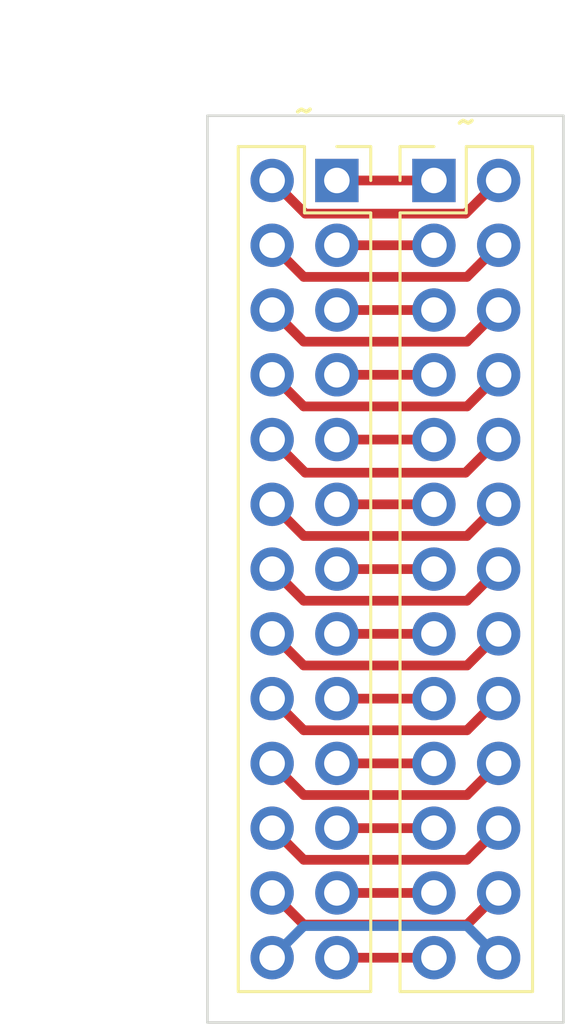
<source format=kicad_pcb>
(kicad_pcb (version 20171130) (host pcbnew "(5.1.4)-1")

  (general
    (thickness 1.6)
    (drawings 6)
    (tracks 65)
    (zones 0)
    (modules 2)
    (nets 27)
  )

  (page A4)
  (layers
    (0 F.Cu signal)
    (31 B.Cu signal)
    (32 B.Adhes user)
    (33 F.Adhes user)
    (34 B.Paste user)
    (35 F.Paste user)
    (36 B.SilkS user)
    (37 F.SilkS user)
    (38 B.Mask user)
    (39 F.Mask user)
    (40 Dwgs.User user)
    (41 Cmts.User user)
    (42 Eco1.User user)
    (43 Eco2.User user)
    (44 Edge.Cuts user)
    (45 Margin user)
    (46 B.CrtYd user)
    (47 F.CrtYd user)
    (48 B.Fab user hide)
    (49 F.Fab user hide)
  )

  (setup
    (last_trace_width 0.25)
    (user_trace_width 0.381)
    (trace_clearance 0.2)
    (zone_clearance 0.508)
    (zone_45_only no)
    (trace_min 0.2)
    (via_size 0.8)
    (via_drill 0.4)
    (via_min_size 0.4)
    (via_min_drill 0.3)
    (uvia_size 0.3)
    (uvia_drill 0.1)
    (uvias_allowed no)
    (uvia_min_size 0.2)
    (uvia_min_drill 0.1)
    (edge_width 0.05)
    (segment_width 0.2)
    (pcb_text_width 0.3)
    (pcb_text_size 1.5 1.5)
    (mod_edge_width 0.12)
    (mod_text_size 1 1)
    (mod_text_width 0.15)
    (pad_size 1.524 1.524)
    (pad_drill 0.762)
    (pad_to_mask_clearance 0.051)
    (solder_mask_min_width 0.25)
    (aux_axis_origin 102.87 86.36)
    (grid_origin 102.87 86.36)
    (visible_elements 7FFFFFFF)
    (pcbplotparams
      (layerselection 0x010fc_ffffffff)
      (usegerberextensions false)
      (usegerberattributes false)
      (usegerberadvancedattributes false)
      (creategerberjobfile false)
      (excludeedgelayer true)
      (linewidth 0.100000)
      (plotframeref false)
      (viasonmask false)
      (mode 1)
      (useauxorigin false)
      (hpglpennumber 1)
      (hpglpenspeed 20)
      (hpglpendiameter 15.000000)
      (psnegative false)
      (psa4output false)
      (plotreference true)
      (plotvalue true)
      (plotinvisibletext false)
      (padsonsilk false)
      (subtractmaskfromsilk false)
      (outputformat 1)
      (mirror false)
      (drillshape 0)
      (scaleselection 1)
      (outputdirectory ""))
  )

  (net 0 "")
  (net 1 /26)
  (net 2 /25)
  (net 3 /24)
  (net 4 /23)
  (net 5 /22)
  (net 6 /21)
  (net 7 /20)
  (net 8 /19)
  (net 9 /18)
  (net 10 /17)
  (net 11 /16)
  (net 12 /15)
  (net 13 /14)
  (net 14 /13)
  (net 15 /12)
  (net 16 /11)
  (net 17 /10)
  (net 18 /9)
  (net 19 /8)
  (net 20 /7)
  (net 21 /6)
  (net 22 /5)
  (net 23 /4)
  (net 24 /3)
  (net 25 /2)
  (net 26 /1)

  (net_class Default "This is the default net class."
    (clearance 0.2)
    (trace_width 0.25)
    (via_dia 0.8)
    (via_drill 0.4)
    (uvia_dia 0.3)
    (uvia_drill 0.1)
    (add_net /1)
    (add_net /10)
    (add_net /11)
    (add_net /12)
    (add_net /13)
    (add_net /14)
    (add_net /15)
    (add_net /16)
    (add_net /17)
    (add_net /18)
    (add_net /19)
    (add_net /2)
    (add_net /20)
    (add_net /21)
    (add_net /22)
    (add_net /23)
    (add_net /24)
    (add_net /25)
    (add_net /26)
    (add_net /3)
    (add_net /4)
    (add_net /5)
    (add_net /6)
    (add_net /7)
    (add_net /8)
    (add_net /9)
  )

  (module Connector_PinSocket_2.54mm:PinSocket_2x13_P2.54mm_Vertical (layer F.Cu) (tedit 5A19A430) (tstamp 5E4EFE1D)
    (at 107.95 53.34)
    (descr "Through hole straight socket strip, 2x13, 2.54mm pitch, double cols (from Kicad 4.0.7), script generated")
    (tags "Through hole socket strip THT 2x13 2.54mm double row")
    (path /5E54968A)
    (fp_text reference ~ (at -1.27 -2.77) (layer F.SilkS)
      (effects (font (size 1 1) (thickness 0.15)))
    )
    (fp_text value Conn_02x13_Top_Bottom (at -1.27 33.25) (layer F.Fab)
      (effects (font (size 1 1) (thickness 0.15)))
    )
    (fp_text user %R (at -1.27 15.24 90) (layer F.Fab)
      (effects (font (size 1 1) (thickness 0.15)))
    )
    (fp_line (start -4.34 32.25) (end -4.34 -1.8) (layer F.CrtYd) (width 0.05))
    (fp_line (start 1.76 32.25) (end -4.34 32.25) (layer F.CrtYd) (width 0.05))
    (fp_line (start 1.76 -1.8) (end 1.76 32.25) (layer F.CrtYd) (width 0.05))
    (fp_line (start -4.34 -1.8) (end 1.76 -1.8) (layer F.CrtYd) (width 0.05))
    (fp_line (start 0 -1.33) (end 1.33 -1.33) (layer F.SilkS) (width 0.12))
    (fp_line (start 1.33 -1.33) (end 1.33 0) (layer F.SilkS) (width 0.12))
    (fp_line (start -1.27 -1.33) (end -1.27 1.27) (layer F.SilkS) (width 0.12))
    (fp_line (start -1.27 1.27) (end 1.33 1.27) (layer F.SilkS) (width 0.12))
    (fp_line (start 1.33 1.27) (end 1.33 31.81) (layer F.SilkS) (width 0.12))
    (fp_line (start -3.87 31.81) (end 1.33 31.81) (layer F.SilkS) (width 0.12))
    (fp_line (start -3.87 -1.33) (end -3.87 31.81) (layer F.SilkS) (width 0.12))
    (fp_line (start -3.87 -1.33) (end -1.27 -1.33) (layer F.SilkS) (width 0.12))
    (fp_line (start -3.81 31.75) (end -3.81 -1.27) (layer F.Fab) (width 0.1))
    (fp_line (start 1.27 31.75) (end -3.81 31.75) (layer F.Fab) (width 0.1))
    (fp_line (start 1.27 -0.27) (end 1.27 31.75) (layer F.Fab) (width 0.1))
    (fp_line (start 0.27 -1.27) (end 1.27 -0.27) (layer F.Fab) (width 0.1))
    (fp_line (start -3.81 -1.27) (end 0.27 -1.27) (layer F.Fab) (width 0.1))
    (pad 26 thru_hole oval (at -2.54 30.48) (size 1.7 1.7) (drill 1) (layers *.Cu *.Mask)
      (net 1 /26))
    (pad 25 thru_hole oval (at 0 30.48) (size 1.7 1.7) (drill 1) (layers *.Cu *.Mask)
      (net 2 /25))
    (pad 24 thru_hole oval (at -2.54 27.94) (size 1.7 1.7) (drill 1) (layers *.Cu *.Mask)
      (net 3 /24))
    (pad 23 thru_hole oval (at 0 27.94) (size 1.7 1.7) (drill 1) (layers *.Cu *.Mask)
      (net 4 /23))
    (pad 22 thru_hole oval (at -2.54 25.4) (size 1.7 1.7) (drill 1) (layers *.Cu *.Mask)
      (net 5 /22))
    (pad 21 thru_hole oval (at 0 25.4) (size 1.7 1.7) (drill 1) (layers *.Cu *.Mask)
      (net 6 /21))
    (pad 20 thru_hole oval (at -2.54 22.86) (size 1.7 1.7) (drill 1) (layers *.Cu *.Mask)
      (net 7 /20))
    (pad 19 thru_hole oval (at 0 22.86) (size 1.7 1.7) (drill 1) (layers *.Cu *.Mask)
      (net 8 /19))
    (pad 18 thru_hole oval (at -2.54 20.32) (size 1.7 1.7) (drill 1) (layers *.Cu *.Mask)
      (net 9 /18))
    (pad 17 thru_hole oval (at 0 20.32) (size 1.7 1.7) (drill 1) (layers *.Cu *.Mask)
      (net 10 /17))
    (pad 16 thru_hole oval (at -2.54 17.78) (size 1.7 1.7) (drill 1) (layers *.Cu *.Mask)
      (net 11 /16))
    (pad 15 thru_hole oval (at 0 17.78) (size 1.7 1.7) (drill 1) (layers *.Cu *.Mask)
      (net 12 /15))
    (pad 14 thru_hole oval (at -2.54 15.24) (size 1.7 1.7) (drill 1) (layers *.Cu *.Mask)
      (net 13 /14))
    (pad 13 thru_hole oval (at 0 15.24) (size 1.7 1.7) (drill 1) (layers *.Cu *.Mask)
      (net 14 /13))
    (pad 12 thru_hole oval (at -2.54 12.7) (size 1.7 1.7) (drill 1) (layers *.Cu *.Mask)
      (net 15 /12))
    (pad 11 thru_hole oval (at 0 12.7) (size 1.7 1.7) (drill 1) (layers *.Cu *.Mask)
      (net 16 /11))
    (pad 10 thru_hole oval (at -2.54 10.16) (size 1.7 1.7) (drill 1) (layers *.Cu *.Mask)
      (net 17 /10))
    (pad 9 thru_hole oval (at 0 10.16) (size 1.7 1.7) (drill 1) (layers *.Cu *.Mask)
      (net 18 /9))
    (pad 8 thru_hole oval (at -2.54 7.62) (size 1.7 1.7) (drill 1) (layers *.Cu *.Mask)
      (net 19 /8))
    (pad 7 thru_hole oval (at 0 7.62) (size 1.7 1.7) (drill 1) (layers *.Cu *.Mask)
      (net 20 /7))
    (pad 6 thru_hole oval (at -2.54 5.08) (size 1.7 1.7) (drill 1) (layers *.Cu *.Mask)
      (net 21 /6))
    (pad 5 thru_hole oval (at 0 5.08) (size 1.7 1.7) (drill 1) (layers *.Cu *.Mask)
      (net 22 /5))
    (pad 4 thru_hole oval (at -2.54 2.54) (size 1.7 1.7) (drill 1) (layers *.Cu *.Mask)
      (net 23 /4))
    (pad 3 thru_hole oval (at 0 2.54) (size 1.7 1.7) (drill 1) (layers *.Cu *.Mask)
      (net 24 /3))
    (pad 2 thru_hole oval (at -2.54 0) (size 1.7 1.7) (drill 1) (layers *.Cu *.Mask)
      (net 25 /2))
    (pad 1 thru_hole rect (at 0 0) (size 1.7 1.7) (drill 1) (layers *.Cu *.Mask)
      (net 26 /1))
    (model ${KISYS3DMOD}/Connector_PinSocket_2.54mm.3dshapes/PinSocket_2x13_P2.54mm_Vertical.wrl
      (at (xyz 0 0 0))
      (scale (xyz 1 1 1))
      (rotate (xyz 0 0 0))
    )
  )

  (module Connector_PinHeader_2.54mm:PinHeader_2x13_P2.54mm_Vertical (layer F.Cu) (tedit 59FED5CC) (tstamp 5E4EFDED)
    (at 111.76 53.34)
    (descr "Through hole straight pin header, 2x13, 2.54mm pitch, double rows")
    (tags "Through hole pin header THT 2x13 2.54mm double row")
    (path /5E53F6B1)
    (fp_text reference ~ (at 1.27 -2.33) (layer F.SilkS)
      (effects (font (size 1 1) (thickness 0.15)))
    )
    (fp_text value Conn_02x13_Top_Bottom (at 1.27 32.81) (layer F.Fab)
      (effects (font (size 1 1) (thickness 0.15)))
    )
    (fp_text user %R (at 1.27 15.24 90) (layer F.Fab)
      (effects (font (size 1 1) (thickness 0.15)))
    )
    (fp_line (start 4.35 -1.8) (end -1.8 -1.8) (layer F.CrtYd) (width 0.05))
    (fp_line (start 4.35 32.25) (end 4.35 -1.8) (layer F.CrtYd) (width 0.05))
    (fp_line (start -1.8 32.25) (end 4.35 32.25) (layer F.CrtYd) (width 0.05))
    (fp_line (start -1.8 -1.8) (end -1.8 32.25) (layer F.CrtYd) (width 0.05))
    (fp_line (start -1.33 -1.33) (end 0 -1.33) (layer F.SilkS) (width 0.12))
    (fp_line (start -1.33 0) (end -1.33 -1.33) (layer F.SilkS) (width 0.12))
    (fp_line (start 1.27 -1.33) (end 3.87 -1.33) (layer F.SilkS) (width 0.12))
    (fp_line (start 1.27 1.27) (end 1.27 -1.33) (layer F.SilkS) (width 0.12))
    (fp_line (start -1.33 1.27) (end 1.27 1.27) (layer F.SilkS) (width 0.12))
    (fp_line (start 3.87 -1.33) (end 3.87 31.81) (layer F.SilkS) (width 0.12))
    (fp_line (start -1.33 1.27) (end -1.33 31.81) (layer F.SilkS) (width 0.12))
    (fp_line (start -1.33 31.81) (end 3.87 31.81) (layer F.SilkS) (width 0.12))
    (fp_line (start -1.27 0) (end 0 -1.27) (layer F.Fab) (width 0.1))
    (fp_line (start -1.27 31.75) (end -1.27 0) (layer F.Fab) (width 0.1))
    (fp_line (start 3.81 31.75) (end -1.27 31.75) (layer F.Fab) (width 0.1))
    (fp_line (start 3.81 -1.27) (end 3.81 31.75) (layer F.Fab) (width 0.1))
    (fp_line (start 0 -1.27) (end 3.81 -1.27) (layer F.Fab) (width 0.1))
    (pad 26 thru_hole oval (at 2.54 30.48) (size 1.7 1.7) (drill 1) (layers *.Cu *.Mask)
      (net 1 /26))
    (pad 25 thru_hole oval (at 0 30.48) (size 1.7 1.7) (drill 1) (layers *.Cu *.Mask)
      (net 2 /25))
    (pad 24 thru_hole oval (at 2.54 27.94) (size 1.7 1.7) (drill 1) (layers *.Cu *.Mask)
      (net 3 /24))
    (pad 23 thru_hole oval (at 0 27.94) (size 1.7 1.7) (drill 1) (layers *.Cu *.Mask)
      (net 4 /23))
    (pad 22 thru_hole oval (at 2.54 25.4) (size 1.7 1.7) (drill 1) (layers *.Cu *.Mask)
      (net 5 /22))
    (pad 21 thru_hole oval (at 0 25.4) (size 1.7 1.7) (drill 1) (layers *.Cu *.Mask)
      (net 6 /21))
    (pad 20 thru_hole oval (at 2.54 22.86) (size 1.7 1.7) (drill 1) (layers *.Cu *.Mask)
      (net 7 /20))
    (pad 19 thru_hole oval (at 0 22.86) (size 1.7 1.7) (drill 1) (layers *.Cu *.Mask)
      (net 8 /19))
    (pad 18 thru_hole oval (at 2.54 20.32) (size 1.7 1.7) (drill 1) (layers *.Cu *.Mask)
      (net 9 /18))
    (pad 17 thru_hole oval (at 0 20.32) (size 1.7 1.7) (drill 1) (layers *.Cu *.Mask)
      (net 10 /17))
    (pad 16 thru_hole oval (at 2.54 17.78) (size 1.7 1.7) (drill 1) (layers *.Cu *.Mask)
      (net 11 /16))
    (pad 15 thru_hole oval (at 0 17.78) (size 1.7 1.7) (drill 1) (layers *.Cu *.Mask)
      (net 12 /15))
    (pad 14 thru_hole oval (at 2.54 15.24) (size 1.7 1.7) (drill 1) (layers *.Cu *.Mask)
      (net 13 /14))
    (pad 13 thru_hole oval (at 0 15.24) (size 1.7 1.7) (drill 1) (layers *.Cu *.Mask)
      (net 14 /13))
    (pad 12 thru_hole oval (at 2.54 12.7) (size 1.7 1.7) (drill 1) (layers *.Cu *.Mask)
      (net 15 /12))
    (pad 11 thru_hole oval (at 0 12.7) (size 1.7 1.7) (drill 1) (layers *.Cu *.Mask)
      (net 16 /11))
    (pad 10 thru_hole oval (at 2.54 10.16) (size 1.7 1.7) (drill 1) (layers *.Cu *.Mask)
      (net 17 /10))
    (pad 9 thru_hole oval (at 0 10.16) (size 1.7 1.7) (drill 1) (layers *.Cu *.Mask)
      (net 18 /9))
    (pad 8 thru_hole oval (at 2.54 7.62) (size 1.7 1.7) (drill 1) (layers *.Cu *.Mask)
      (net 19 /8))
    (pad 7 thru_hole oval (at 0 7.62) (size 1.7 1.7) (drill 1) (layers *.Cu *.Mask)
      (net 20 /7))
    (pad 6 thru_hole oval (at 2.54 5.08) (size 1.7 1.7) (drill 1) (layers *.Cu *.Mask)
      (net 21 /6))
    (pad 5 thru_hole oval (at 0 5.08) (size 1.7 1.7) (drill 1) (layers *.Cu *.Mask)
      (net 22 /5))
    (pad 4 thru_hole oval (at 2.54 2.54) (size 1.7 1.7) (drill 1) (layers *.Cu *.Mask)
      (net 23 /4))
    (pad 3 thru_hole oval (at 0 2.54) (size 1.7 1.7) (drill 1) (layers *.Cu *.Mask)
      (net 24 /3))
    (pad 2 thru_hole oval (at 2.54 0) (size 1.7 1.7) (drill 1) (layers *.Cu *.Mask)
      (net 25 /2))
    (pad 1 thru_hole rect (at 0 0) (size 1.7 1.7) (drill 1) (layers *.Cu *.Mask)
      (net 26 /1))
    (model ${KISYS3DMOD}/Connector_PinHeader_2.54mm.3dshapes/PinHeader_2x13_P2.54mm_Vertical.wrl
      (at (xyz 0 0 0))
      (scale (xyz 1 1 1))
      (rotate (xyz 0 0 0))
    )
  )

  (dimension 35.56 (width 0.15) (layer Dwgs.User)
    (gr_text "1.4000 in" (at 98.395 68.58 90) (layer Dwgs.User)
      (effects (font (size 1 1) (thickness 0.15)))
    )
    (feature1 (pts (xy 102.87 50.8) (xy 99.108579 50.8)))
    (feature2 (pts (xy 102.87 86.36) (xy 99.108579 86.36)))
    (crossbar (pts (xy 99.695 86.36) (xy 99.695 50.8)))
    (arrow1a (pts (xy 99.695 50.8) (xy 100.281421 51.926504)))
    (arrow1b (pts (xy 99.695 50.8) (xy 99.108579 51.926504)))
    (arrow2a (pts (xy 99.695 86.36) (xy 100.281421 85.233496)))
    (arrow2b (pts (xy 99.695 86.36) (xy 99.108579 85.233496)))
  )
  (dimension 13.97 (width 0.15) (layer Dwgs.User)
    (gr_text "0.5500 in" (at 109.855 46.96) (layer Dwgs.User)
      (effects (font (size 1 1) (thickness 0.15)))
    )
    (feature1 (pts (xy 116.84 50.8) (xy 116.84 47.673579)))
    (feature2 (pts (xy 102.87 50.8) (xy 102.87 47.673579)))
    (crossbar (pts (xy 102.87 48.26) (xy 116.84 48.26)))
    (arrow1a (pts (xy 116.84 48.26) (xy 115.713496 48.846421)))
    (arrow1b (pts (xy 116.84 48.26) (xy 115.713496 47.673579)))
    (arrow2a (pts (xy 102.87 48.26) (xy 103.996504 48.846421)))
    (arrow2b (pts (xy 102.87 48.26) (xy 103.996504 47.673579)))
  )
  (gr_line (start 116.84 86.36) (end 102.87 86.36) (layer Edge.Cuts) (width 0.1))
  (gr_line (start 116.84 50.8) (end 116.84 86.36) (layer Edge.Cuts) (width 0.1))
  (gr_line (start 102.87 50.8) (end 116.84 50.8) (layer Edge.Cuts) (width 0.1))
  (gr_line (start 102.87 86.36) (end 102.87 50.8) (layer Edge.Cuts) (width 0.1))

  (segment (start 113.450001 82.970001) (end 114.3 83.82) (width 0.381) (layer B.Cu) (net 1))
  (segment (start 113.059499 82.579499) (end 113.450001 82.970001) (width 0.381) (layer B.Cu) (net 1))
  (segment (start 106.650501 82.579499) (end 113.059499 82.579499) (width 0.381) (layer B.Cu) (net 1))
  (segment (start 105.41 83.82) (end 106.650501 82.579499) (width 0.381) (layer B.Cu) (net 1))
  (segment (start 107.95 83.82) (end 111.76 83.82) (width 0.381) (layer F.Cu) (net 2))
  (segment (start 113.450001 82.129999) (end 114.3 81.28) (width 0.381) (layer F.Cu) (net 3))
  (segment (start 113.059499 82.520501) (end 113.450001 82.129999) (width 0.381) (layer F.Cu) (net 3))
  (segment (start 106.650501 82.520501) (end 113.059499 82.520501) (width 0.381) (layer F.Cu) (net 3))
  (segment (start 105.41 81.28) (end 106.650501 82.520501) (width 0.381) (layer F.Cu) (net 3))
  (segment (start 107.95 81.28) (end 111.76 81.28) (width 0.381) (layer F.Cu) (net 4))
  (segment (start 113.450001 79.589999) (end 114.3 78.74) (width 0.381) (layer F.Cu) (net 5))
  (segment (start 113.059499 79.980501) (end 113.450001 79.589999) (width 0.381) (layer F.Cu) (net 5))
  (segment (start 106.650501 79.980501) (end 113.059499 79.980501) (width 0.381) (layer F.Cu) (net 5))
  (segment (start 105.41 78.74) (end 106.650501 79.980501) (width 0.381) (layer F.Cu) (net 5))
  (segment (start 107.95 78.74) (end 111.76 78.74) (width 0.381) (layer F.Cu) (net 6))
  (segment (start 113.450001 77.049999) (end 114.3 76.2) (width 0.381) (layer F.Cu) (net 7))
  (segment (start 113.059499 77.440501) (end 113.450001 77.049999) (width 0.381) (layer F.Cu) (net 7))
  (segment (start 106.650501 77.440501) (end 113.059499 77.440501) (width 0.381) (layer F.Cu) (net 7))
  (segment (start 105.41 76.2) (end 106.650501 77.440501) (width 0.381) (layer F.Cu) (net 7))
  (segment (start 107.95 76.2) (end 111.76 76.2) (width 0.381) (layer F.Cu) (net 8))
  (segment (start 113.450001 74.509999) (end 114.3 73.66) (width 0.381) (layer F.Cu) (net 9))
  (segment (start 113.059499 74.900501) (end 113.450001 74.509999) (width 0.381) (layer F.Cu) (net 9))
  (segment (start 106.650501 74.900501) (end 113.059499 74.900501) (width 0.381) (layer F.Cu) (net 9))
  (segment (start 105.41 73.66) (end 106.650501 74.900501) (width 0.381) (layer F.Cu) (net 9))
  (segment (start 107.95 73.66) (end 111.76 73.66) (width 0.381) (layer F.Cu) (net 10))
  (segment (start 113.450001 71.969999) (end 114.3 71.12) (width 0.381) (layer F.Cu) (net 11))
  (segment (start 113.059499 72.360501) (end 113.450001 71.969999) (width 0.381) (layer F.Cu) (net 11))
  (segment (start 106.650501 72.360501) (end 113.059499 72.360501) (width 0.381) (layer F.Cu) (net 11))
  (segment (start 105.41 71.12) (end 106.650501 72.360501) (width 0.381) (layer F.Cu) (net 11))
  (segment (start 107.95 71.12) (end 111.76 71.12) (width 0.381) (layer F.Cu) (net 12))
  (segment (start 113.450001 69.429999) (end 114.3 68.58) (width 0.381) (layer F.Cu) (net 13))
  (segment (start 113.059499 69.820501) (end 113.450001 69.429999) (width 0.381) (layer F.Cu) (net 13))
  (segment (start 106.650501 69.820501) (end 113.059499 69.820501) (width 0.381) (layer F.Cu) (net 13))
  (segment (start 105.41 68.58) (end 106.650501 69.820501) (width 0.381) (layer F.Cu) (net 13))
  (segment (start 107.95 68.58) (end 111.76 68.58) (width 0.381) (layer F.Cu) (net 14))
  (segment (start 113.450001 66.889999) (end 114.3 66.04) (width 0.381) (layer F.Cu) (net 15))
  (segment (start 113.059499 67.280501) (end 113.450001 66.889999) (width 0.381) (layer F.Cu) (net 15))
  (segment (start 106.650501 67.280501) (end 113.059499 67.280501) (width 0.381) (layer F.Cu) (net 15))
  (segment (start 105.41 66.04) (end 106.650501 67.280501) (width 0.381) (layer F.Cu) (net 15))
  (segment (start 107.95 66.04) (end 111.76 66.04) (width 0.381) (layer F.Cu) (net 16))
  (segment (start 113.450001 64.349999) (end 114.3 63.5) (width 0.381) (layer F.Cu) (net 17))
  (segment (start 113.000501 64.799499) (end 113.450001 64.349999) (width 0.381) (layer F.Cu) (net 17))
  (segment (start 106.709499 64.799499) (end 113.000501 64.799499) (width 0.381) (layer F.Cu) (net 17))
  (segment (start 105.41 63.5) (end 106.709499 64.799499) (width 0.381) (layer F.Cu) (net 17))
  (segment (start 107.95 63.5) (end 111.76 63.5) (width 0.381) (layer F.Cu) (net 18))
  (segment (start 113.450001 61.809999) (end 114.3 60.96) (width 0.381) (layer F.Cu) (net 19))
  (segment (start 113.059499 62.200501) (end 113.450001 61.809999) (width 0.381) (layer F.Cu) (net 19))
  (segment (start 106.650501 62.200501) (end 113.059499 62.200501) (width 0.381) (layer F.Cu) (net 19))
  (segment (start 105.41 60.96) (end 106.650501 62.200501) (width 0.381) (layer F.Cu) (net 19))
  (segment (start 107.95 60.96) (end 111.76 60.96) (width 0.381) (layer F.Cu) (net 20))
  (segment (start 113.450001 59.269999) (end 114.3 58.42) (width 0.381) (layer F.Cu) (net 21))
  (segment (start 113.059499 59.660501) (end 113.450001 59.269999) (width 0.381) (layer F.Cu) (net 21))
  (segment (start 106.650501 59.660501) (end 113.059499 59.660501) (width 0.381) (layer F.Cu) (net 21))
  (segment (start 105.41 58.42) (end 106.650501 59.660501) (width 0.381) (layer F.Cu) (net 21))
  (segment (start 107.95 58.42) (end 111.76 58.42) (width 0.381) (layer F.Cu) (net 22))
  (segment (start 113.450001 56.729999) (end 114.3 55.88) (width 0.381) (layer F.Cu) (net 23))
  (segment (start 113.059499 57.120501) (end 113.450001 56.729999) (width 0.381) (layer F.Cu) (net 23))
  (segment (start 106.650501 57.120501) (end 113.059499 57.120501) (width 0.381) (layer F.Cu) (net 23))
  (segment (start 105.41 55.88) (end 106.650501 57.120501) (width 0.381) (layer F.Cu) (net 23))
  (segment (start 107.95 55.88) (end 111.76 55.88) (width 0.381) (layer F.Cu) (net 24))
  (segment (start 113.450001 54.189999) (end 114.3 53.34) (width 0.381) (layer F.Cu) (net 25))
  (segment (start 113.000501 54.639499) (end 113.450001 54.189999) (width 0.381) (layer F.Cu) (net 25))
  (segment (start 106.709499 54.639499) (end 113.000501 54.639499) (width 0.381) (layer F.Cu) (net 25))
  (segment (start 105.41 53.34) (end 106.709499 54.639499) (width 0.381) (layer F.Cu) (net 25))
  (segment (start 107.95 53.34) (end 111.76 53.34) (width 0.381) (layer F.Cu) (net 26))

)

</source>
